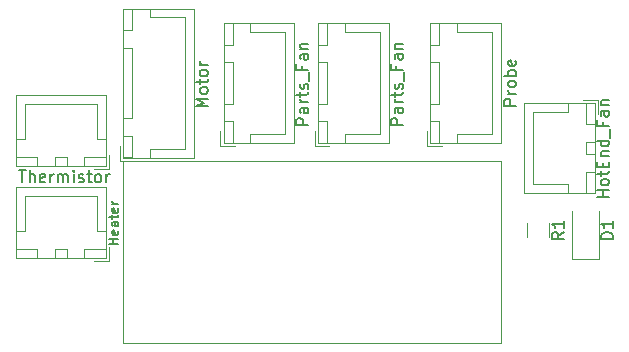
<source format=gbr>
G04 #@! TF.GenerationSoftware,KiCad,Pcbnew,(5.1.5)-3*
G04 #@! TF.CreationDate,2020-06-22T20:56:45+02:00*
G04 #@! TF.ProjectId,PCB Interface imprimante 3d,50434220-496e-4746-9572-666163652069,rev?*
G04 #@! TF.SameCoordinates,Original*
G04 #@! TF.FileFunction,Legend,Top*
G04 #@! TF.FilePolarity,Positive*
%FSLAX46Y46*%
G04 Gerber Fmt 4.6, Leading zero omitted, Abs format (unit mm)*
G04 Created by KiCad (PCBNEW (5.1.5)-3) date 2020-06-22 20:56:45*
%MOMM*%
%LPD*%
G04 APERTURE LIST*
%ADD10C,0.120000*%
%ADD11C,0.150000*%
G04 APERTURE END LIST*
D10*
X110000000Y-113350000D02*
X142000000Y-113350000D01*
X142000000Y-113350000D02*
X142000000Y-128750000D01*
X142000000Y-128750000D02*
X110000000Y-128750000D01*
X110000000Y-128750000D02*
X110000000Y-113350000D01*
X146060000Y-119802064D02*
X146060000Y-118597936D01*
X144240000Y-119802064D02*
X144240000Y-118597936D01*
X150335000Y-121660000D02*
X150335000Y-117600000D01*
X148065000Y-121660000D02*
X150335000Y-121660000D01*
X148065000Y-117600000D02*
X148065000Y-121660000D01*
X118250000Y-112100000D02*
X119500000Y-112100000D01*
X118250000Y-110850000D02*
X118250000Y-112100000D01*
X123750000Y-102450000D02*
X123750000Y-106750000D01*
X120800000Y-102450000D02*
X123750000Y-102450000D01*
X120800000Y-101700000D02*
X120800000Y-102450000D01*
X123750000Y-111050000D02*
X123750000Y-106750000D01*
X120800000Y-111050000D02*
X123750000Y-111050000D01*
X120800000Y-111800000D02*
X120800000Y-111050000D01*
X118550000Y-101700000D02*
X118550000Y-103500000D01*
X119300000Y-101700000D02*
X118550000Y-101700000D01*
X119300000Y-103500000D02*
X119300000Y-101700000D01*
X118550000Y-103500000D02*
X119300000Y-103500000D01*
X118550000Y-110000000D02*
X118550000Y-111800000D01*
X119300000Y-110000000D02*
X118550000Y-110000000D01*
X119300000Y-111800000D02*
X119300000Y-110000000D01*
X118550000Y-111800000D02*
X119300000Y-111800000D01*
X118550000Y-105000000D02*
X118550000Y-108500000D01*
X119300000Y-105000000D02*
X118550000Y-105000000D01*
X119300000Y-108500000D02*
X119300000Y-105000000D01*
X118550000Y-108500000D02*
X119300000Y-108500000D01*
X118540000Y-101690000D02*
X118540000Y-111810000D01*
X124510000Y-101690000D02*
X118540000Y-101690000D01*
X124510000Y-111810000D02*
X124510000Y-101690000D01*
X118540000Y-111810000D02*
X124510000Y-111810000D01*
X126250000Y-112100000D02*
X127500000Y-112100000D01*
X126250000Y-110850000D02*
X126250000Y-112100000D01*
X131750000Y-102450000D02*
X131750000Y-106750000D01*
X128800000Y-102450000D02*
X131750000Y-102450000D01*
X128800000Y-101700000D02*
X128800000Y-102450000D01*
X131750000Y-111050000D02*
X131750000Y-106750000D01*
X128800000Y-111050000D02*
X131750000Y-111050000D01*
X128800000Y-111800000D02*
X128800000Y-111050000D01*
X126550000Y-101700000D02*
X126550000Y-103500000D01*
X127300000Y-101700000D02*
X126550000Y-101700000D01*
X127300000Y-103500000D02*
X127300000Y-101700000D01*
X126550000Y-103500000D02*
X127300000Y-103500000D01*
X126550000Y-110000000D02*
X126550000Y-111800000D01*
X127300000Y-110000000D02*
X126550000Y-110000000D01*
X127300000Y-111800000D02*
X127300000Y-110000000D01*
X126550000Y-111800000D02*
X127300000Y-111800000D01*
X126550000Y-105000000D02*
X126550000Y-108500000D01*
X127300000Y-105000000D02*
X126550000Y-105000000D01*
X127300000Y-108500000D02*
X127300000Y-105000000D01*
X126550000Y-108500000D02*
X127300000Y-108500000D01*
X126540000Y-101690000D02*
X126540000Y-111810000D01*
X132510000Y-101690000D02*
X126540000Y-101690000D01*
X132510000Y-111810000D02*
X132510000Y-101690000D01*
X126540000Y-111810000D02*
X132510000Y-111810000D01*
X108850000Y-114050000D02*
X108850000Y-112800000D01*
X107600000Y-114050000D02*
X108850000Y-114050000D01*
X101700000Y-108550000D02*
X104750000Y-108550000D01*
X101700000Y-111500000D02*
X101700000Y-108550000D01*
X100950000Y-111500000D02*
X101700000Y-111500000D01*
X107800000Y-108550000D02*
X104750000Y-108550000D01*
X107800000Y-111500000D02*
X107800000Y-108550000D01*
X108550000Y-111500000D02*
X107800000Y-111500000D01*
X100950000Y-113750000D02*
X102750000Y-113750000D01*
X100950000Y-113000000D02*
X100950000Y-113750000D01*
X102750000Y-113000000D02*
X100950000Y-113000000D01*
X102750000Y-113750000D02*
X102750000Y-113000000D01*
X106750000Y-113750000D02*
X108550000Y-113750000D01*
X106750000Y-113000000D02*
X106750000Y-113750000D01*
X108550000Y-113000000D02*
X106750000Y-113000000D01*
X108550000Y-113750000D02*
X108550000Y-113000000D01*
X104250000Y-113750000D02*
X105250000Y-113750000D01*
X104250000Y-113000000D02*
X104250000Y-113750000D01*
X105250000Y-113000000D02*
X104250000Y-113000000D01*
X105250000Y-113750000D02*
X105250000Y-113000000D01*
X100940000Y-113760000D02*
X108560000Y-113760000D01*
X100940000Y-107790000D02*
X100940000Y-113760000D01*
X108560000Y-107790000D02*
X100940000Y-107790000D01*
X108560000Y-113760000D02*
X108560000Y-107790000D01*
X135750000Y-112100000D02*
X137000000Y-112100000D01*
X135750000Y-110850000D02*
X135750000Y-112100000D01*
X141250000Y-102450000D02*
X141250000Y-106750000D01*
X138300000Y-102450000D02*
X141250000Y-102450000D01*
X138300000Y-101700000D02*
X138300000Y-102450000D01*
X141250000Y-111050000D02*
X141250000Y-106750000D01*
X138300000Y-111050000D02*
X141250000Y-111050000D01*
X138300000Y-111800000D02*
X138300000Y-111050000D01*
X136050000Y-101700000D02*
X136050000Y-103500000D01*
X136800000Y-101700000D02*
X136050000Y-101700000D01*
X136800000Y-103500000D02*
X136800000Y-101700000D01*
X136050000Y-103500000D02*
X136800000Y-103500000D01*
X136050000Y-110000000D02*
X136050000Y-111800000D01*
X136800000Y-110000000D02*
X136050000Y-110000000D01*
X136800000Y-111800000D02*
X136800000Y-110000000D01*
X136050000Y-111800000D02*
X136800000Y-111800000D01*
X136050000Y-105000000D02*
X136050000Y-108500000D01*
X136800000Y-105000000D02*
X136050000Y-105000000D01*
X136800000Y-108500000D02*
X136800000Y-105000000D01*
X136050000Y-108500000D02*
X136800000Y-108500000D01*
X136040000Y-101690000D02*
X136040000Y-111810000D01*
X142010000Y-101690000D02*
X136040000Y-101690000D01*
X142010000Y-111810000D02*
X142010000Y-101690000D01*
X136040000Y-111810000D02*
X142010000Y-111810000D01*
X109750000Y-113350000D02*
X111000000Y-113350000D01*
X109750000Y-112100000D02*
X109750000Y-113350000D01*
X115250000Y-101200000D02*
X115250000Y-106750000D01*
X112300000Y-101200000D02*
X115250000Y-101200000D01*
X112300000Y-100450000D02*
X112300000Y-101200000D01*
X115250000Y-112300000D02*
X115250000Y-106750000D01*
X112300000Y-112300000D02*
X115250000Y-112300000D01*
X112300000Y-113050000D02*
X112300000Y-112300000D01*
X110050000Y-100450000D02*
X110050000Y-102250000D01*
X110800000Y-100450000D02*
X110050000Y-100450000D01*
X110800000Y-102250000D02*
X110800000Y-100450000D01*
X110050000Y-102250000D02*
X110800000Y-102250000D01*
X110050000Y-111250000D02*
X110050000Y-113050000D01*
X110800000Y-111250000D02*
X110050000Y-111250000D01*
X110800000Y-113050000D02*
X110800000Y-111250000D01*
X110050000Y-113050000D02*
X110800000Y-113050000D01*
X110050000Y-103750000D02*
X110050000Y-109750000D01*
X110800000Y-103750000D02*
X110050000Y-103750000D01*
X110800000Y-109750000D02*
X110800000Y-103750000D01*
X110050000Y-109750000D02*
X110800000Y-109750000D01*
X110040000Y-100440000D02*
X110040000Y-113060000D01*
X116010000Y-100440000D02*
X110040000Y-100440000D01*
X116010000Y-113060000D02*
X116010000Y-100440000D01*
X110040000Y-113060000D02*
X116010000Y-113060000D01*
X150250000Y-108150000D02*
X149000000Y-108150000D01*
X150250000Y-109400000D02*
X150250000Y-108150000D01*
X144750000Y-115300000D02*
X144750000Y-112250000D01*
X147700000Y-115300000D02*
X144750000Y-115300000D01*
X147700000Y-116050000D02*
X147700000Y-115300000D01*
X144750000Y-109200000D02*
X144750000Y-112250000D01*
X147700000Y-109200000D02*
X144750000Y-109200000D01*
X147700000Y-108450000D02*
X147700000Y-109200000D01*
X149950000Y-116050000D02*
X149950000Y-114250000D01*
X149200000Y-116050000D02*
X149950000Y-116050000D01*
X149200000Y-114250000D02*
X149200000Y-116050000D01*
X149950000Y-114250000D02*
X149200000Y-114250000D01*
X149950000Y-110250000D02*
X149950000Y-108450000D01*
X149200000Y-110250000D02*
X149950000Y-110250000D01*
X149200000Y-108450000D02*
X149200000Y-110250000D01*
X149950000Y-108450000D02*
X149200000Y-108450000D01*
X149950000Y-112750000D02*
X149950000Y-111750000D01*
X149200000Y-112750000D02*
X149950000Y-112750000D01*
X149200000Y-111750000D02*
X149200000Y-112750000D01*
X149950000Y-111750000D02*
X149200000Y-111750000D01*
X149960000Y-116060000D02*
X149960000Y-108440000D01*
X143990000Y-116060000D02*
X149960000Y-116060000D01*
X143990000Y-108440000D02*
X143990000Y-116060000D01*
X149960000Y-108440000D02*
X143990000Y-108440000D01*
X108560000Y-121560000D02*
X108560000Y-115590000D01*
X108560000Y-115590000D02*
X100940000Y-115590000D01*
X100940000Y-115590000D02*
X100940000Y-121560000D01*
X100940000Y-121560000D02*
X108560000Y-121560000D01*
X105250000Y-121550000D02*
X105250000Y-120800000D01*
X105250000Y-120800000D02*
X104250000Y-120800000D01*
X104250000Y-120800000D02*
X104250000Y-121550000D01*
X104250000Y-121550000D02*
X105250000Y-121550000D01*
X108550000Y-121550000D02*
X108550000Y-120800000D01*
X108550000Y-120800000D02*
X106750000Y-120800000D01*
X106750000Y-120800000D02*
X106750000Y-121550000D01*
X106750000Y-121550000D02*
X108550000Y-121550000D01*
X102750000Y-121550000D02*
X102750000Y-120800000D01*
X102750000Y-120800000D02*
X100950000Y-120800000D01*
X100950000Y-120800000D02*
X100950000Y-121550000D01*
X100950000Y-121550000D02*
X102750000Y-121550000D01*
X108550000Y-119300000D02*
X107800000Y-119300000D01*
X107800000Y-119300000D02*
X107800000Y-116350000D01*
X107800000Y-116350000D02*
X104750000Y-116350000D01*
X100950000Y-119300000D02*
X101700000Y-119300000D01*
X101700000Y-119300000D02*
X101700000Y-116350000D01*
X101700000Y-116350000D02*
X104750000Y-116350000D01*
X107600000Y-121850000D02*
X108850000Y-121850000D01*
X108850000Y-121850000D02*
X108850000Y-120600000D01*
D11*
X147327380Y-119366666D02*
X146851190Y-119700000D01*
X147327380Y-119938095D02*
X146327380Y-119938095D01*
X146327380Y-119557142D01*
X146375000Y-119461904D01*
X146422619Y-119414285D01*
X146517857Y-119366666D01*
X146660714Y-119366666D01*
X146755952Y-119414285D01*
X146803571Y-119461904D01*
X146851190Y-119557142D01*
X146851190Y-119938095D01*
X147327380Y-118414285D02*
X147327380Y-118985714D01*
X147327380Y-118700000D02*
X146327380Y-118700000D01*
X146470238Y-118795238D01*
X146565476Y-118890476D01*
X146613095Y-118985714D01*
X151502380Y-119938095D02*
X150502380Y-119938095D01*
X150502380Y-119700000D01*
X150550000Y-119557142D01*
X150645238Y-119461904D01*
X150740476Y-119414285D01*
X150930952Y-119366666D01*
X151073809Y-119366666D01*
X151264285Y-119414285D01*
X151359523Y-119461904D01*
X151454761Y-119557142D01*
X151502380Y-119700000D01*
X151502380Y-119938095D01*
X151502380Y-118414285D02*
X151502380Y-118985714D01*
X151502380Y-118700000D02*
X150502380Y-118700000D01*
X150645238Y-118795238D01*
X150740476Y-118890476D01*
X150788095Y-118985714D01*
X125702380Y-110278571D02*
X124702380Y-110278571D01*
X124702380Y-109897619D01*
X124750000Y-109802380D01*
X124797619Y-109754761D01*
X124892857Y-109707142D01*
X125035714Y-109707142D01*
X125130952Y-109754761D01*
X125178571Y-109802380D01*
X125226190Y-109897619D01*
X125226190Y-110278571D01*
X125702380Y-108850000D02*
X125178571Y-108850000D01*
X125083333Y-108897619D01*
X125035714Y-108992857D01*
X125035714Y-109183333D01*
X125083333Y-109278571D01*
X125654761Y-108850000D02*
X125702380Y-108945238D01*
X125702380Y-109183333D01*
X125654761Y-109278571D01*
X125559523Y-109326190D01*
X125464285Y-109326190D01*
X125369047Y-109278571D01*
X125321428Y-109183333D01*
X125321428Y-108945238D01*
X125273809Y-108850000D01*
X125702380Y-108373809D02*
X125035714Y-108373809D01*
X125226190Y-108373809D02*
X125130952Y-108326190D01*
X125083333Y-108278571D01*
X125035714Y-108183333D01*
X125035714Y-108088095D01*
X125035714Y-107897619D02*
X125035714Y-107516666D01*
X124702380Y-107754761D02*
X125559523Y-107754761D01*
X125654761Y-107707142D01*
X125702380Y-107611904D01*
X125702380Y-107516666D01*
X125654761Y-107230952D02*
X125702380Y-107135714D01*
X125702380Y-106945238D01*
X125654761Y-106850000D01*
X125559523Y-106802380D01*
X125511904Y-106802380D01*
X125416666Y-106850000D01*
X125369047Y-106945238D01*
X125369047Y-107088095D01*
X125321428Y-107183333D01*
X125226190Y-107230952D01*
X125178571Y-107230952D01*
X125083333Y-107183333D01*
X125035714Y-107088095D01*
X125035714Y-106945238D01*
X125083333Y-106850000D01*
X125797619Y-106611904D02*
X125797619Y-105850000D01*
X125178571Y-105278571D02*
X125178571Y-105611904D01*
X125702380Y-105611904D02*
X124702380Y-105611904D01*
X124702380Y-105135714D01*
X125702380Y-104326190D02*
X125178571Y-104326190D01*
X125083333Y-104373809D01*
X125035714Y-104469047D01*
X125035714Y-104659523D01*
X125083333Y-104754761D01*
X125654761Y-104326190D02*
X125702380Y-104421428D01*
X125702380Y-104659523D01*
X125654761Y-104754761D01*
X125559523Y-104802380D01*
X125464285Y-104802380D01*
X125369047Y-104754761D01*
X125321428Y-104659523D01*
X125321428Y-104421428D01*
X125273809Y-104326190D01*
X125035714Y-103850000D02*
X125702380Y-103850000D01*
X125130952Y-103850000D02*
X125083333Y-103802380D01*
X125035714Y-103707142D01*
X125035714Y-103564285D01*
X125083333Y-103469047D01*
X125178571Y-103421428D01*
X125702380Y-103421428D01*
X133702380Y-110278571D02*
X132702380Y-110278571D01*
X132702380Y-109897619D01*
X132750000Y-109802380D01*
X132797619Y-109754761D01*
X132892857Y-109707142D01*
X133035714Y-109707142D01*
X133130952Y-109754761D01*
X133178571Y-109802380D01*
X133226190Y-109897619D01*
X133226190Y-110278571D01*
X133702380Y-108850000D02*
X133178571Y-108850000D01*
X133083333Y-108897619D01*
X133035714Y-108992857D01*
X133035714Y-109183333D01*
X133083333Y-109278571D01*
X133654761Y-108850000D02*
X133702380Y-108945238D01*
X133702380Y-109183333D01*
X133654761Y-109278571D01*
X133559523Y-109326190D01*
X133464285Y-109326190D01*
X133369047Y-109278571D01*
X133321428Y-109183333D01*
X133321428Y-108945238D01*
X133273809Y-108850000D01*
X133702380Y-108373809D02*
X133035714Y-108373809D01*
X133226190Y-108373809D02*
X133130952Y-108326190D01*
X133083333Y-108278571D01*
X133035714Y-108183333D01*
X133035714Y-108088095D01*
X133035714Y-107897619D02*
X133035714Y-107516666D01*
X132702380Y-107754761D02*
X133559523Y-107754761D01*
X133654761Y-107707142D01*
X133702380Y-107611904D01*
X133702380Y-107516666D01*
X133654761Y-107230952D02*
X133702380Y-107135714D01*
X133702380Y-106945238D01*
X133654761Y-106850000D01*
X133559523Y-106802380D01*
X133511904Y-106802380D01*
X133416666Y-106850000D01*
X133369047Y-106945238D01*
X133369047Y-107088095D01*
X133321428Y-107183333D01*
X133226190Y-107230952D01*
X133178571Y-107230952D01*
X133083333Y-107183333D01*
X133035714Y-107088095D01*
X133035714Y-106945238D01*
X133083333Y-106850000D01*
X133797619Y-106611904D02*
X133797619Y-105850000D01*
X133178571Y-105278571D02*
X133178571Y-105611904D01*
X133702380Y-105611904D02*
X132702380Y-105611904D01*
X132702380Y-105135714D01*
X133702380Y-104326190D02*
X133178571Y-104326190D01*
X133083333Y-104373809D01*
X133035714Y-104469047D01*
X133035714Y-104659523D01*
X133083333Y-104754761D01*
X133654761Y-104326190D02*
X133702380Y-104421428D01*
X133702380Y-104659523D01*
X133654761Y-104754761D01*
X133559523Y-104802380D01*
X133464285Y-104802380D01*
X133369047Y-104754761D01*
X133321428Y-104659523D01*
X133321428Y-104421428D01*
X133273809Y-104326190D01*
X133035714Y-103850000D02*
X133702380Y-103850000D01*
X133130952Y-103850000D02*
X133083333Y-103802380D01*
X133035714Y-103707142D01*
X133035714Y-103564285D01*
X133083333Y-103469047D01*
X133178571Y-103421428D01*
X133702380Y-103421428D01*
X101216666Y-114152380D02*
X101788095Y-114152380D01*
X101502380Y-115152380D02*
X101502380Y-114152380D01*
X102121428Y-115152380D02*
X102121428Y-114152380D01*
X102550000Y-115152380D02*
X102550000Y-114628571D01*
X102502380Y-114533333D01*
X102407142Y-114485714D01*
X102264285Y-114485714D01*
X102169047Y-114533333D01*
X102121428Y-114580952D01*
X103407142Y-115104761D02*
X103311904Y-115152380D01*
X103121428Y-115152380D01*
X103026190Y-115104761D01*
X102978571Y-115009523D01*
X102978571Y-114628571D01*
X103026190Y-114533333D01*
X103121428Y-114485714D01*
X103311904Y-114485714D01*
X103407142Y-114533333D01*
X103454761Y-114628571D01*
X103454761Y-114723809D01*
X102978571Y-114819047D01*
X103883333Y-115152380D02*
X103883333Y-114485714D01*
X103883333Y-114676190D02*
X103930952Y-114580952D01*
X103978571Y-114533333D01*
X104073809Y-114485714D01*
X104169047Y-114485714D01*
X104502380Y-115152380D02*
X104502380Y-114485714D01*
X104502380Y-114580952D02*
X104550000Y-114533333D01*
X104645238Y-114485714D01*
X104788095Y-114485714D01*
X104883333Y-114533333D01*
X104930952Y-114628571D01*
X104930952Y-115152380D01*
X104930952Y-114628571D02*
X104978571Y-114533333D01*
X105073809Y-114485714D01*
X105216666Y-114485714D01*
X105311904Y-114533333D01*
X105359523Y-114628571D01*
X105359523Y-115152380D01*
X105835714Y-115152380D02*
X105835714Y-114485714D01*
X105835714Y-114152380D02*
X105788095Y-114200000D01*
X105835714Y-114247619D01*
X105883333Y-114200000D01*
X105835714Y-114152380D01*
X105835714Y-114247619D01*
X106264285Y-115104761D02*
X106359523Y-115152380D01*
X106550000Y-115152380D01*
X106645238Y-115104761D01*
X106692857Y-115009523D01*
X106692857Y-114961904D01*
X106645238Y-114866666D01*
X106550000Y-114819047D01*
X106407142Y-114819047D01*
X106311904Y-114771428D01*
X106264285Y-114676190D01*
X106264285Y-114628571D01*
X106311904Y-114533333D01*
X106407142Y-114485714D01*
X106550000Y-114485714D01*
X106645238Y-114533333D01*
X106978571Y-114485714D02*
X107359523Y-114485714D01*
X107121428Y-114152380D02*
X107121428Y-115009523D01*
X107169047Y-115104761D01*
X107264285Y-115152380D01*
X107359523Y-115152380D01*
X107835714Y-115152380D02*
X107740476Y-115104761D01*
X107692857Y-115057142D01*
X107645238Y-114961904D01*
X107645238Y-114676190D01*
X107692857Y-114580952D01*
X107740476Y-114533333D01*
X107835714Y-114485714D01*
X107978571Y-114485714D01*
X108073809Y-114533333D01*
X108121428Y-114580952D01*
X108169047Y-114676190D01*
X108169047Y-114961904D01*
X108121428Y-115057142D01*
X108073809Y-115104761D01*
X107978571Y-115152380D01*
X107835714Y-115152380D01*
X108597619Y-115152380D02*
X108597619Y-114485714D01*
X108597619Y-114676190D02*
X108645238Y-114580952D01*
X108692857Y-114533333D01*
X108788095Y-114485714D01*
X108883333Y-114485714D01*
X143302380Y-108654761D02*
X142302380Y-108654761D01*
X142302380Y-108273809D01*
X142350000Y-108178571D01*
X142397619Y-108130952D01*
X142492857Y-108083333D01*
X142635714Y-108083333D01*
X142730952Y-108130952D01*
X142778571Y-108178571D01*
X142826190Y-108273809D01*
X142826190Y-108654761D01*
X143302380Y-107654761D02*
X142635714Y-107654761D01*
X142826190Y-107654761D02*
X142730952Y-107607142D01*
X142683333Y-107559523D01*
X142635714Y-107464285D01*
X142635714Y-107369047D01*
X143302380Y-106892857D02*
X143254761Y-106988095D01*
X143207142Y-107035714D01*
X143111904Y-107083333D01*
X142826190Y-107083333D01*
X142730952Y-107035714D01*
X142683333Y-106988095D01*
X142635714Y-106892857D01*
X142635714Y-106750000D01*
X142683333Y-106654761D01*
X142730952Y-106607142D01*
X142826190Y-106559523D01*
X143111904Y-106559523D01*
X143207142Y-106607142D01*
X143254761Y-106654761D01*
X143302380Y-106750000D01*
X143302380Y-106892857D01*
X143302380Y-106130952D02*
X142302380Y-106130952D01*
X142683333Y-106130952D02*
X142635714Y-106035714D01*
X142635714Y-105845238D01*
X142683333Y-105750000D01*
X142730952Y-105702380D01*
X142826190Y-105654761D01*
X143111904Y-105654761D01*
X143207142Y-105702380D01*
X143254761Y-105750000D01*
X143302380Y-105845238D01*
X143302380Y-106035714D01*
X143254761Y-106130952D01*
X143254761Y-104845238D02*
X143302380Y-104940476D01*
X143302380Y-105130952D01*
X143254761Y-105226190D01*
X143159523Y-105273809D01*
X142778571Y-105273809D01*
X142683333Y-105226190D01*
X142635714Y-105130952D01*
X142635714Y-104940476D01*
X142683333Y-104845238D01*
X142778571Y-104797619D01*
X142873809Y-104797619D01*
X142969047Y-105273809D01*
X117202380Y-108733333D02*
X116202380Y-108733333D01*
X116916666Y-108400000D01*
X116202380Y-108066666D01*
X117202380Y-108066666D01*
X117202380Y-107447619D02*
X117154761Y-107542857D01*
X117107142Y-107590476D01*
X117011904Y-107638095D01*
X116726190Y-107638095D01*
X116630952Y-107590476D01*
X116583333Y-107542857D01*
X116535714Y-107447619D01*
X116535714Y-107304761D01*
X116583333Y-107209523D01*
X116630952Y-107161904D01*
X116726190Y-107114285D01*
X117011904Y-107114285D01*
X117107142Y-107161904D01*
X117154761Y-107209523D01*
X117202380Y-107304761D01*
X117202380Y-107447619D01*
X116535714Y-106828571D02*
X116535714Y-106447619D01*
X116202380Y-106685714D02*
X117059523Y-106685714D01*
X117154761Y-106638095D01*
X117202380Y-106542857D01*
X117202380Y-106447619D01*
X117202380Y-105971428D02*
X117154761Y-106066666D01*
X117107142Y-106114285D01*
X117011904Y-106161904D01*
X116726190Y-106161904D01*
X116630952Y-106114285D01*
X116583333Y-106066666D01*
X116535714Y-105971428D01*
X116535714Y-105828571D01*
X116583333Y-105733333D01*
X116630952Y-105685714D01*
X116726190Y-105638095D01*
X117011904Y-105638095D01*
X117107142Y-105685714D01*
X117154761Y-105733333D01*
X117202380Y-105828571D01*
X117202380Y-105971428D01*
X117202380Y-105209523D02*
X116535714Y-105209523D01*
X116726190Y-105209523D02*
X116630952Y-105161904D01*
X116583333Y-105114285D01*
X116535714Y-105019047D01*
X116535714Y-104923809D01*
X151152380Y-116395238D02*
X150152380Y-116395238D01*
X150628571Y-116395238D02*
X150628571Y-115823809D01*
X151152380Y-115823809D02*
X150152380Y-115823809D01*
X151152380Y-115204761D02*
X151104761Y-115300000D01*
X151057142Y-115347619D01*
X150961904Y-115395238D01*
X150676190Y-115395238D01*
X150580952Y-115347619D01*
X150533333Y-115300000D01*
X150485714Y-115204761D01*
X150485714Y-115061904D01*
X150533333Y-114966666D01*
X150580952Y-114919047D01*
X150676190Y-114871428D01*
X150961904Y-114871428D01*
X151057142Y-114919047D01*
X151104761Y-114966666D01*
X151152380Y-115061904D01*
X151152380Y-115204761D01*
X150485714Y-114585714D02*
X150485714Y-114204761D01*
X150152380Y-114442857D02*
X151009523Y-114442857D01*
X151104761Y-114395238D01*
X151152380Y-114300000D01*
X151152380Y-114204761D01*
X150628571Y-113871428D02*
X150628571Y-113538095D01*
X151152380Y-113395238D02*
X151152380Y-113871428D01*
X150152380Y-113871428D01*
X150152380Y-113395238D01*
X150485714Y-112966666D02*
X151152380Y-112966666D01*
X150580952Y-112966666D02*
X150533333Y-112919047D01*
X150485714Y-112823809D01*
X150485714Y-112680952D01*
X150533333Y-112585714D01*
X150628571Y-112538095D01*
X151152380Y-112538095D01*
X151152380Y-111633333D02*
X150152380Y-111633333D01*
X151104761Y-111633333D02*
X151152380Y-111728571D01*
X151152380Y-111919047D01*
X151104761Y-112014285D01*
X151057142Y-112061904D01*
X150961904Y-112109523D01*
X150676190Y-112109523D01*
X150580952Y-112061904D01*
X150533333Y-112014285D01*
X150485714Y-111919047D01*
X150485714Y-111728571D01*
X150533333Y-111633333D01*
X151247619Y-111395238D02*
X151247619Y-110633333D01*
X150628571Y-110061904D02*
X150628571Y-110395238D01*
X151152380Y-110395238D02*
X150152380Y-110395238D01*
X150152380Y-109919047D01*
X151152380Y-109109523D02*
X150628571Y-109109523D01*
X150533333Y-109157142D01*
X150485714Y-109252380D01*
X150485714Y-109442857D01*
X150533333Y-109538095D01*
X151104761Y-109109523D02*
X151152380Y-109204761D01*
X151152380Y-109442857D01*
X151104761Y-109538095D01*
X151009523Y-109585714D01*
X150914285Y-109585714D01*
X150819047Y-109538095D01*
X150771428Y-109442857D01*
X150771428Y-109204761D01*
X150723809Y-109109523D01*
X150485714Y-108633333D02*
X151152380Y-108633333D01*
X150580952Y-108633333D02*
X150533333Y-108585714D01*
X150485714Y-108490476D01*
X150485714Y-108347619D01*
X150533333Y-108252380D01*
X150628571Y-108204761D01*
X151152380Y-108204761D01*
X109636904Y-120377380D02*
X108836904Y-120377380D01*
X109217857Y-120377380D02*
X109217857Y-119920238D01*
X109636904Y-119920238D02*
X108836904Y-119920238D01*
X109598809Y-119234523D02*
X109636904Y-119310714D01*
X109636904Y-119463095D01*
X109598809Y-119539285D01*
X109522619Y-119577380D01*
X109217857Y-119577380D01*
X109141666Y-119539285D01*
X109103571Y-119463095D01*
X109103571Y-119310714D01*
X109141666Y-119234523D01*
X109217857Y-119196428D01*
X109294047Y-119196428D01*
X109370238Y-119577380D01*
X109636904Y-118510714D02*
X109217857Y-118510714D01*
X109141666Y-118548809D01*
X109103571Y-118625000D01*
X109103571Y-118777380D01*
X109141666Y-118853571D01*
X109598809Y-118510714D02*
X109636904Y-118586904D01*
X109636904Y-118777380D01*
X109598809Y-118853571D01*
X109522619Y-118891666D01*
X109446428Y-118891666D01*
X109370238Y-118853571D01*
X109332142Y-118777380D01*
X109332142Y-118586904D01*
X109294047Y-118510714D01*
X109103571Y-118244047D02*
X109103571Y-117939285D01*
X108836904Y-118129761D02*
X109522619Y-118129761D01*
X109598809Y-118091666D01*
X109636904Y-118015476D01*
X109636904Y-117939285D01*
X109598809Y-117367857D02*
X109636904Y-117444047D01*
X109636904Y-117596428D01*
X109598809Y-117672619D01*
X109522619Y-117710714D01*
X109217857Y-117710714D01*
X109141666Y-117672619D01*
X109103571Y-117596428D01*
X109103571Y-117444047D01*
X109141666Y-117367857D01*
X109217857Y-117329761D01*
X109294047Y-117329761D01*
X109370238Y-117710714D01*
X109636904Y-116986904D02*
X109103571Y-116986904D01*
X109255952Y-116986904D02*
X109179761Y-116948809D01*
X109141666Y-116910714D01*
X109103571Y-116834523D01*
X109103571Y-116758333D01*
M02*

</source>
